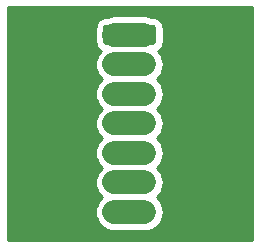
<source format=gbr>
%TF.GenerationSoftware,KiCad,Pcbnew,5.1.9-73d0e3b20d~88~ubuntu20.04.1*%
%TF.CreationDate,2021-06-02T20:16:19+09:00*%
%TF.ProjectId,BAT-JST7-Straight-Con-PCB,4241542d-4a53-4543-972d-537472616967,rev?*%
%TF.SameCoordinates,Original*%
%TF.FileFunction,Copper,L1,Top*%
%TF.FilePolarity,Positive*%
%FSLAX46Y46*%
G04 Gerber Fmt 4.6, Leading zero omitted, Abs format (unit mm)*
G04 Created by KiCad (PCBNEW 5.1.9-73d0e3b20d~88~ubuntu20.04.1) date 2021-06-02 20:16:19*
%MOMM*%
%LPD*%
G01*
G04 APERTURE LIST*
%TA.AperFunction,ComponentPad*%
%ADD10O,1.950000X1.700000*%
%TD*%
%TA.AperFunction,Conductor*%
%ADD11C,2.000000*%
%TD*%
%TA.AperFunction,NonConductor*%
%ADD12C,0.254000*%
%TD*%
%TA.AperFunction,NonConductor*%
%ADD13C,0.100000*%
%TD*%
G04 APERTURE END LIST*
D10*
%TO.P,J2,7*%
%TO.N,Net-(J1-Pad7)*%
X142240000Y-102000000D03*
%TO.P,J2,6*%
%TO.N,Net-(J1-Pad6)*%
X142240000Y-99500000D03*
%TO.P,J2,5*%
%TO.N,Net-(J1-Pad5)*%
X142240000Y-97000000D03*
%TO.P,J2,4*%
%TO.N,Net-(J1-Pad4)*%
X142240000Y-94500000D03*
%TO.P,J2,3*%
%TO.N,Net-(J1-Pad3)*%
X142240000Y-92000000D03*
%TO.P,J2,2*%
%TO.N,Net-(J1-Pad2)*%
X142240000Y-89500000D03*
%TO.P,J2,1*%
%TO.N,Net-(J1-Pad1)*%
%TA.AperFunction,ComponentPad*%
G36*
G01*
X141515000Y-86150000D02*
X142965000Y-86150000D01*
G75*
G02*
X143215000Y-86400000I0J-250000D01*
G01*
X143215000Y-87600000D01*
G75*
G02*
X142965000Y-87850000I-250000J0D01*
G01*
X141515000Y-87850000D01*
G75*
G02*
X141265000Y-87600000I0J250000D01*
G01*
X141265000Y-86400000D01*
G75*
G02*
X141515000Y-86150000I250000J0D01*
G01*
G37*
%TD.AperFunction*%
%TD*%
%TO.P,J1,7*%
%TO.N,Net-(J1-Pad7)*%
X139700000Y-102000000D03*
%TO.P,J1,6*%
%TO.N,Net-(J1-Pad6)*%
X139700000Y-99500000D03*
%TO.P,J1,5*%
%TO.N,Net-(J1-Pad5)*%
X139700000Y-97000000D03*
%TO.P,J1,4*%
%TO.N,Net-(J1-Pad4)*%
X139700000Y-94500000D03*
%TO.P,J1,3*%
%TO.N,Net-(J1-Pad3)*%
X139700000Y-92000000D03*
%TO.P,J1,2*%
%TO.N,Net-(J1-Pad2)*%
X139700000Y-89500000D03*
%TO.P,J1,1*%
%TO.N,Net-(J1-Pad1)*%
%TA.AperFunction,ComponentPad*%
G36*
G01*
X138975000Y-86150000D02*
X140425000Y-86150000D01*
G75*
G02*
X140675000Y-86400000I0J-250000D01*
G01*
X140675000Y-87600000D01*
G75*
G02*
X140425000Y-87850000I-250000J0D01*
G01*
X138975000Y-87850000D01*
G75*
G02*
X138725000Y-87600000I0J250000D01*
G01*
X138725000Y-86400000D01*
G75*
G02*
X138975000Y-86150000I250000J0D01*
G01*
G37*
%TD.AperFunction*%
%TD*%
D11*
%TO.N,Net-(J1-Pad7)*%
X139700000Y-102000000D02*
X142240000Y-102000000D01*
%TO.N,Net-(J1-Pad6)*%
X139700000Y-99500000D02*
X142240000Y-99500000D01*
%TO.N,Net-(J1-Pad5)*%
X139700000Y-97000000D02*
X142240000Y-97000000D01*
%TO.N,Net-(J1-Pad4)*%
X139700000Y-94500000D02*
X142240000Y-94500000D01*
%TO.N,Net-(J1-Pad3)*%
X139700000Y-92000000D02*
X142240000Y-92000000D01*
%TO.N,Net-(J1-Pad2)*%
X139700000Y-89500000D02*
X142240000Y-89500000D01*
%TO.N,Net-(J1-Pad1)*%
X139700000Y-87000000D02*
X142240000Y-87000000D01*
%TD*%
D12*
X151340001Y-104340000D02*
X130660000Y-104340000D01*
X130660000Y-87000000D01*
X138057089Y-87000000D01*
X138086928Y-87302961D01*
X138086928Y-87600000D01*
X138103992Y-87773254D01*
X138154528Y-87939850D01*
X138236595Y-88093386D01*
X138347038Y-88227962D01*
X138481614Y-88338405D01*
X138520938Y-88359424D01*
X138333969Y-88587248D01*
X138182148Y-88871285D01*
X138088657Y-89179484D01*
X138057089Y-89500000D01*
X138088657Y-89820516D01*
X138182148Y-90128715D01*
X138333969Y-90412752D01*
X138538286Y-90661714D01*
X138645863Y-90750000D01*
X138538286Y-90838286D01*
X138333969Y-91087248D01*
X138182148Y-91371285D01*
X138088657Y-91679484D01*
X138057089Y-92000000D01*
X138088657Y-92320516D01*
X138182148Y-92628715D01*
X138333969Y-92912752D01*
X138538286Y-93161714D01*
X138645863Y-93250000D01*
X138538286Y-93338286D01*
X138333969Y-93587248D01*
X138182148Y-93871285D01*
X138088657Y-94179484D01*
X138057089Y-94500000D01*
X138088657Y-94820516D01*
X138182148Y-95128715D01*
X138333969Y-95412752D01*
X138538286Y-95661714D01*
X138645863Y-95750000D01*
X138538286Y-95838286D01*
X138333969Y-96087248D01*
X138182148Y-96371285D01*
X138088657Y-96679484D01*
X138057089Y-97000000D01*
X138088657Y-97320516D01*
X138182148Y-97628715D01*
X138333969Y-97912752D01*
X138538286Y-98161714D01*
X138645863Y-98250000D01*
X138538286Y-98338286D01*
X138333969Y-98587248D01*
X138182148Y-98871285D01*
X138088657Y-99179484D01*
X138057089Y-99500000D01*
X138088657Y-99820516D01*
X138182148Y-100128715D01*
X138333969Y-100412752D01*
X138538286Y-100661714D01*
X138645863Y-100750000D01*
X138538286Y-100838286D01*
X138333969Y-101087248D01*
X138182148Y-101371285D01*
X138088657Y-101679484D01*
X138057089Y-102000000D01*
X138088657Y-102320516D01*
X138182148Y-102628715D01*
X138333969Y-102912752D01*
X138538286Y-103161714D01*
X138787248Y-103366031D01*
X139071285Y-103517852D01*
X139379484Y-103611343D01*
X139619678Y-103635000D01*
X142320322Y-103635000D01*
X142560516Y-103611343D01*
X142868715Y-103517852D01*
X143152752Y-103366031D01*
X143401714Y-103161714D01*
X143606031Y-102912752D01*
X143757852Y-102628715D01*
X143851343Y-102320516D01*
X143882911Y-102000000D01*
X143851343Y-101679484D01*
X143757852Y-101371285D01*
X143606031Y-101087248D01*
X143401714Y-100838286D01*
X143294137Y-100750000D01*
X143401714Y-100661714D01*
X143606031Y-100412752D01*
X143757852Y-100128715D01*
X143851343Y-99820516D01*
X143882911Y-99500000D01*
X143851343Y-99179484D01*
X143757852Y-98871285D01*
X143606031Y-98587248D01*
X143401714Y-98338286D01*
X143294137Y-98250000D01*
X143401714Y-98161714D01*
X143606031Y-97912752D01*
X143757852Y-97628715D01*
X143851343Y-97320516D01*
X143882911Y-97000000D01*
X143851343Y-96679484D01*
X143757852Y-96371285D01*
X143606031Y-96087248D01*
X143401714Y-95838286D01*
X143294137Y-95750000D01*
X143401714Y-95661714D01*
X143606031Y-95412752D01*
X143757852Y-95128715D01*
X143851343Y-94820516D01*
X143882911Y-94500000D01*
X143851343Y-94179484D01*
X143757852Y-93871285D01*
X143606031Y-93587248D01*
X143401714Y-93338286D01*
X143294137Y-93250000D01*
X143401714Y-93161714D01*
X143606031Y-92912752D01*
X143757852Y-92628715D01*
X143851343Y-92320516D01*
X143882911Y-92000000D01*
X143851343Y-91679484D01*
X143757852Y-91371285D01*
X143606031Y-91087248D01*
X143401714Y-90838286D01*
X143294137Y-90750000D01*
X143401714Y-90661714D01*
X143606031Y-90412752D01*
X143757852Y-90128715D01*
X143851343Y-89820516D01*
X143882911Y-89500000D01*
X143851343Y-89179484D01*
X143757852Y-88871285D01*
X143606031Y-88587248D01*
X143419062Y-88359424D01*
X143458386Y-88338405D01*
X143592962Y-88227962D01*
X143703405Y-88093386D01*
X143785472Y-87939850D01*
X143836008Y-87773254D01*
X143853072Y-87600000D01*
X143853072Y-87302961D01*
X143882911Y-87000000D01*
X143853072Y-86697039D01*
X143853072Y-86400000D01*
X143836008Y-86226746D01*
X143785472Y-86060150D01*
X143703405Y-85906614D01*
X143592962Y-85772038D01*
X143458386Y-85661595D01*
X143304850Y-85579528D01*
X143138254Y-85528992D01*
X142965000Y-85511928D01*
X142924429Y-85511928D01*
X142868715Y-85482148D01*
X142560516Y-85388657D01*
X142320322Y-85365000D01*
X139619678Y-85365000D01*
X139379484Y-85388657D01*
X139071285Y-85482148D01*
X139015571Y-85511928D01*
X138975000Y-85511928D01*
X138801746Y-85528992D01*
X138635150Y-85579528D01*
X138481614Y-85661595D01*
X138347038Y-85772038D01*
X138236595Y-85906614D01*
X138154528Y-86060150D01*
X138103992Y-86226746D01*
X138086928Y-86400000D01*
X138086928Y-86697039D01*
X138057089Y-87000000D01*
X130660000Y-87000000D01*
X130660000Y-84660000D01*
X151340000Y-84660000D01*
X151340001Y-104340000D01*
%TA.AperFunction,NonConductor*%
D13*
G36*
X151340001Y-104340000D02*
G01*
X130660000Y-104340000D01*
X130660000Y-87000000D01*
X138057089Y-87000000D01*
X138086928Y-87302961D01*
X138086928Y-87600000D01*
X138103992Y-87773254D01*
X138154528Y-87939850D01*
X138236595Y-88093386D01*
X138347038Y-88227962D01*
X138481614Y-88338405D01*
X138520938Y-88359424D01*
X138333969Y-88587248D01*
X138182148Y-88871285D01*
X138088657Y-89179484D01*
X138057089Y-89500000D01*
X138088657Y-89820516D01*
X138182148Y-90128715D01*
X138333969Y-90412752D01*
X138538286Y-90661714D01*
X138645863Y-90750000D01*
X138538286Y-90838286D01*
X138333969Y-91087248D01*
X138182148Y-91371285D01*
X138088657Y-91679484D01*
X138057089Y-92000000D01*
X138088657Y-92320516D01*
X138182148Y-92628715D01*
X138333969Y-92912752D01*
X138538286Y-93161714D01*
X138645863Y-93250000D01*
X138538286Y-93338286D01*
X138333969Y-93587248D01*
X138182148Y-93871285D01*
X138088657Y-94179484D01*
X138057089Y-94500000D01*
X138088657Y-94820516D01*
X138182148Y-95128715D01*
X138333969Y-95412752D01*
X138538286Y-95661714D01*
X138645863Y-95750000D01*
X138538286Y-95838286D01*
X138333969Y-96087248D01*
X138182148Y-96371285D01*
X138088657Y-96679484D01*
X138057089Y-97000000D01*
X138088657Y-97320516D01*
X138182148Y-97628715D01*
X138333969Y-97912752D01*
X138538286Y-98161714D01*
X138645863Y-98250000D01*
X138538286Y-98338286D01*
X138333969Y-98587248D01*
X138182148Y-98871285D01*
X138088657Y-99179484D01*
X138057089Y-99500000D01*
X138088657Y-99820516D01*
X138182148Y-100128715D01*
X138333969Y-100412752D01*
X138538286Y-100661714D01*
X138645863Y-100750000D01*
X138538286Y-100838286D01*
X138333969Y-101087248D01*
X138182148Y-101371285D01*
X138088657Y-101679484D01*
X138057089Y-102000000D01*
X138088657Y-102320516D01*
X138182148Y-102628715D01*
X138333969Y-102912752D01*
X138538286Y-103161714D01*
X138787248Y-103366031D01*
X139071285Y-103517852D01*
X139379484Y-103611343D01*
X139619678Y-103635000D01*
X142320322Y-103635000D01*
X142560516Y-103611343D01*
X142868715Y-103517852D01*
X143152752Y-103366031D01*
X143401714Y-103161714D01*
X143606031Y-102912752D01*
X143757852Y-102628715D01*
X143851343Y-102320516D01*
X143882911Y-102000000D01*
X143851343Y-101679484D01*
X143757852Y-101371285D01*
X143606031Y-101087248D01*
X143401714Y-100838286D01*
X143294137Y-100750000D01*
X143401714Y-100661714D01*
X143606031Y-100412752D01*
X143757852Y-100128715D01*
X143851343Y-99820516D01*
X143882911Y-99500000D01*
X143851343Y-99179484D01*
X143757852Y-98871285D01*
X143606031Y-98587248D01*
X143401714Y-98338286D01*
X143294137Y-98250000D01*
X143401714Y-98161714D01*
X143606031Y-97912752D01*
X143757852Y-97628715D01*
X143851343Y-97320516D01*
X143882911Y-97000000D01*
X143851343Y-96679484D01*
X143757852Y-96371285D01*
X143606031Y-96087248D01*
X143401714Y-95838286D01*
X143294137Y-95750000D01*
X143401714Y-95661714D01*
X143606031Y-95412752D01*
X143757852Y-95128715D01*
X143851343Y-94820516D01*
X143882911Y-94500000D01*
X143851343Y-94179484D01*
X143757852Y-93871285D01*
X143606031Y-93587248D01*
X143401714Y-93338286D01*
X143294137Y-93250000D01*
X143401714Y-93161714D01*
X143606031Y-92912752D01*
X143757852Y-92628715D01*
X143851343Y-92320516D01*
X143882911Y-92000000D01*
X143851343Y-91679484D01*
X143757852Y-91371285D01*
X143606031Y-91087248D01*
X143401714Y-90838286D01*
X143294137Y-90750000D01*
X143401714Y-90661714D01*
X143606031Y-90412752D01*
X143757852Y-90128715D01*
X143851343Y-89820516D01*
X143882911Y-89500000D01*
X143851343Y-89179484D01*
X143757852Y-88871285D01*
X143606031Y-88587248D01*
X143419062Y-88359424D01*
X143458386Y-88338405D01*
X143592962Y-88227962D01*
X143703405Y-88093386D01*
X143785472Y-87939850D01*
X143836008Y-87773254D01*
X143853072Y-87600000D01*
X143853072Y-87302961D01*
X143882911Y-87000000D01*
X143853072Y-86697039D01*
X143853072Y-86400000D01*
X143836008Y-86226746D01*
X143785472Y-86060150D01*
X143703405Y-85906614D01*
X143592962Y-85772038D01*
X143458386Y-85661595D01*
X143304850Y-85579528D01*
X143138254Y-85528992D01*
X142965000Y-85511928D01*
X142924429Y-85511928D01*
X142868715Y-85482148D01*
X142560516Y-85388657D01*
X142320322Y-85365000D01*
X139619678Y-85365000D01*
X139379484Y-85388657D01*
X139071285Y-85482148D01*
X139015571Y-85511928D01*
X138975000Y-85511928D01*
X138801746Y-85528992D01*
X138635150Y-85579528D01*
X138481614Y-85661595D01*
X138347038Y-85772038D01*
X138236595Y-85906614D01*
X138154528Y-86060150D01*
X138103992Y-86226746D01*
X138086928Y-86400000D01*
X138086928Y-86697039D01*
X138057089Y-87000000D01*
X130660000Y-87000000D01*
X130660000Y-84660000D01*
X151340000Y-84660000D01*
X151340001Y-104340000D01*
G37*
%TD.AperFunction*%
M02*

</source>
